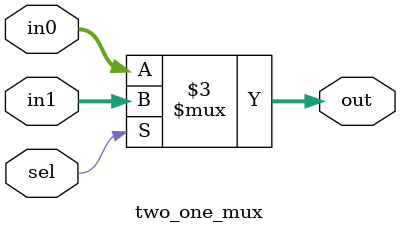
<source format=sv>
`timescale 1ns / 1ps


module two_one_mux  #(parameter WIDTH = 3) (
    input logic [WIDTH-1:0] in0,  // First input of parameterized width
    input logic [WIDTH-1:0] in1,  // Second input of parameterized width
    input logic sel,              // Select line
    
    output logic [WIDTH-1:0] out  // Output of parameterized width
    );
    
    always_comb begin
        if (sel)
            out = in1;   // If sel is 1, select in1
        else
            out = in0;   // If sel is 0, select in0
    end
endmodule

</source>
